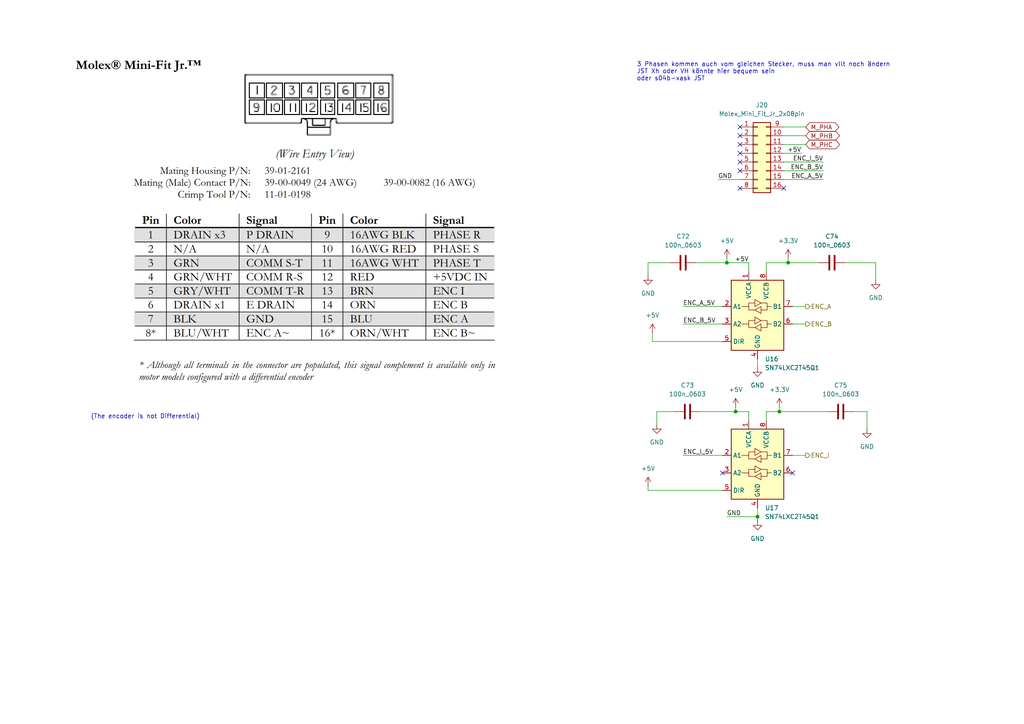
<source format=kicad_sch>
(kicad_sch (version 20250114) (generator "eeschema") (generator_version "9.0")
  (paper "A4")
  (lib_symbols
    (symbol "MYLIB_Misc:SN74LXC2T45Q1"
      (property "Reference" "U" (at -6.35 12.7 0))
      (property "Value" "SN74LXC2T45Q1" (at 11.684 11.684 0))
      (symbol "SN74LXC2T45Q1_0_1"
        (rectangle (start -7.62 10.16) (end 7.62 -10.16) (stroke (width 0.254)) (fill (type background)))
        (polyline (pts (xy -2.54 2.54) (xy -2.54 3.556) (xy -0.762 3.556)))
        (polyline (pts (xy -0.762 2.54) (xy -0.762 4.572) (xy 1.016 3.556) (xy -0.762 2.54)))
        (polyline (pts (xy -0.762 1.524) (xy -2.54 1.524) (xy -2.54 2.54) (xy -4.572 2.54)))
        (polyline (pts (xy 1.016 3.556) (xy 2.794 3.556) (xy 2.794 2.54) (xy 4.064 2.54)))
        (polyline (pts (xy 1.016 2.54) (xy 1.016 0.762) (xy 1.016 0.508) (xy -0.762 1.524) (xy 1.016 2.54)))
        (polyline (pts (xy 2.794 2.54) (xy 2.794 1.524) (xy 1.016 1.524)))
      )
      (symbol "SN74LXC2T45Q1_1_1"
        (polyline (pts (xy -2.54 -2.54) (xy -2.54 -1.524) (xy -0.762 -1.524)))
        (polyline (pts (xy -0.762 -2.54) (xy -0.762 -0.508) (xy 1.016 -1.524) (xy -0.762 -2.54)))
        (polyline (pts (xy -0.762 -3.556) (xy -2.54 -3.556) (xy -2.54 -2.54) (xy -4.572 -2.54)))
        (polyline (pts (xy 1.016 -1.524) (xy 2.794 -1.524) (xy 2.794 -2.54) (xy 4.064 -2.54)))
        (polyline (pts (xy 1.016 -2.54) (xy 1.016 -4.318) (xy 1.016 -4.572) (xy -0.762 -3.556) (xy 1.016 -2.54)))
        (polyline (pts (xy 2.794 -2.54) (xy 2.794 -3.556) (xy 1.016 -3.556)))
        (pin bidirectional line (at -10.16 2.54 0) (length 2.54) (name "A1") (number "2"))
        (pin bidirectional line (at -10.16 -2.54 0) (length 2.54) (name "A2") (number "3"))
        (pin input line (at -10.16 -7.62 0) (length 2.54) (name "DIR") (number "5"))
        (pin power_in line (at -2.54 12.7 270) (length 2.54) (name "VCCA") (number "1"))
        (pin power_in line (at 0 -12.7 90) (length 2.54) (name "GND") (number "4"))
        (pin power_in line (at 2.54 12.7 270) (length 2.54) (name "VCCB") (number "8"))
        (pin bidirectional line (at 10.16 2.54 180) (length 2.54) (name "B1") (number "7"))
        (pin bidirectional line (at 10.16 -2.54 180) (length 2.54) (name "B2") (number "6"))
      )
    )
    (symbol "Molex_Mini_Fit_Jr_2x08_1" (pin_names (hide yes))
      (property "Reference" "J" (at 0 16.256 0))
      (property "Value" "Molex_Mini_Fit_Jr_2x08pin" (at -0.254 13.716 0))
      (symbol "Molex_Mini_Fit_Jr_2x08_1_1_1"
        (rectangle (start -2.54 10.16) (end 2.54 -10.16) (stroke (width 0.254)) (fill (type background)))
        (rectangle (start -2.54 9.017) (end -1.27 8.763) (stroke (width 0.1524)))
        (rectangle (start -2.54 6.477) (end -1.27 6.223) (stroke (width 0.1524)))
        (rectangle (start -2.54 3.937) (end -1.27 3.683) (stroke (width 0.1524)))
        (rectangle (start -2.54 1.397) (end -1.27 1.143) (stroke (width 0.1524)))
        (rectangle (start -2.54 -1.143) (end -1.27 -1.397) (stroke (width 0.1524)))
        (rectangle (start -2.54 -3.683) (end -1.27 -3.937) (stroke (width 0.1524)))
        (rectangle (start -2.54 -6.223) (end -1.27 -6.477) (stroke (width 0.1524)))
        (rectangle (start -2.54 -8.763) (end -1.27 -9.017) (stroke (width 0.1524)))
        (rectangle (start 2.54 9.017) (end 1.27 8.763) (stroke (width 0.1524)))
        (rectangle (start 2.54 6.477) (end 1.27 6.223) (stroke (width 0.1524)))
        (rectangle (start 2.54 3.937) (end 1.27 3.683) (stroke (width 0.1524)))
        (rectangle (start 2.54 1.397) (end 1.27 1.143) (stroke (width 0.1524)))
        (rectangle (start 2.54 -1.143) (end 1.27 -1.397) (stroke (width 0.1524)))
        (rectangle (start 2.54 -3.683) (end 1.27 -3.937) (stroke (width 0.1524)))
        (rectangle (start 2.54 -6.223) (end 1.27 -6.477) (stroke (width 0.1524)))
        (rectangle (start 2.54 -8.763) (end 1.27 -9.017) (stroke (width 0.1524)))
        (pin passive line (at -6.35 8.89 0) (length 3.81) (name "Pin_1") (number "1"))
        (pin passive line (at -6.35 6.35 0) (length 3.81) (name "Pin_2") (number "2"))
        (pin passive line (at -6.35 3.81 0) (length 3.81) (name "Pin_3") (number "3"))
        (pin passive line (at -6.35 1.27 0) (length 3.81) (name "Pin_4") (number "4"))
        (pin passive line (at -6.35 -1.27 0) (length 3.81) (name "Pin_5") (number "5"))
        (pin passive line (at -6.35 -3.81 0) (length 3.81) (name "Pin_6") (number "6"))
        (pin passive line (at -6.35 -6.35 0) (length 3.81) (name "Pin_7") (number "7"))
        (pin passive line (at -6.35 -8.89 0) (length 3.81) (name "Pin_8") (number "8"))
        (pin passive line (at 6.35 8.89 180) (length 3.81) (name "Pin_9") (number "9"))
        (pin passive line (at 6.35 6.35 180) (length 3.81) (name "Pin_10") (number "10"))
        (pin passive line (at 6.35 3.81 180) (length 3.81) (name "Pin_11") (number "11"))
        (pin passive line (at 6.35 1.27 180) (length 3.81) (name "Pin_12") (number "12"))
        (pin passive line (at 6.35 -1.27 180) (length 3.81) (name "Pin_13") (number "13"))
        (pin passive line (at 6.35 -3.81 180) (length 3.81) (name "Pin_14") (number "14"))
        (pin passive line (at 6.35 -6.35 180) (length 3.81) (name "Pin_15") (number "15"))
        (pin passive line (at 6.35 -8.89 180) (length 3.81) (name "Pin_16") (number "16"))
      )
    )
    (symbol "WLIB_C:100n_0603" (pin_numbers (hide yes)) (pin_names (offset 0.254))
      (property "Reference" "C" (at 0.635 2.54 0))
      (property "Value" "100n_0603" (at 0.635 -2.54 0))
      (symbol "100n_0603_0_1"
        (polyline (pts (xy -2.032 0.762) (xy 2.032 0.762)) (stroke (width 0.508)))
        (polyline (pts (xy -2.032 -0.762) (xy 2.032 -0.762)) (stroke (width 0.508)))
      )
      (symbol "100n_0603_1_1"
        (pin passive line (at 0 3.81 270) (length 2.794) (name "~") (number "1"))
        (pin passive line (at 0 -3.81 90) (length 2.794) (name "~") (number "2"))
      )
    )
    (symbol "power:+3.3V" (power) (pin_numbers (hide yes)) (pin_names (offset 0) (hide yes))
      (property "Value" "+3.3V" (at 0 3.556 0))
      (symbol "+3.3V_0_1"
        (polyline (pts (xy -0.762 1.27) (xy 0 2.54)))
        (polyline (pts (xy 0 2.54) (xy 0.762 1.27)))
        (polyline (pts (xy 0 0) (xy 0 2.54)))
      )
      (symbol "+3.3V_1_1"
        (pin power_in line (at 0 0 90) (length 0) (name "~") (number "1"))
      )
    )
    (symbol "power:+5V" (power) (pin_numbers (hide yes)) (pin_names (offset 0) (hide yes))
      (property "Value" "+5V" (at 0 3.556 0))
      (symbol "+5V_0_1"
        (polyline (pts (xy -0.762 1.27) (xy 0 2.54)))
        (polyline (pts (xy 0 2.54) (xy 0.762 1.27)))
        (polyline (pts (xy 0 0) (xy 0 2.54)))
      )
      (symbol "+5V_1_1"
        (pin power_in line (at 0 0 90) (length 0) (name "~") (number "1"))
      )
    )
    (symbol "power:GND" (power) (pin_numbers (hide yes)) (pin_names (offset 0) (hide yes))
      (property "Value" "GND" (at 0 -3.81 0))
      (symbol "GND_0_1"
        (polyline (pts (xy 0 0) (xy 0 -1.27) (xy 1.27 -1.27) (xy 0 -2.54) (xy -1.27 -1.27) (xy 0 -1.27)))
      )
      (symbol "GND_1_1"
        (pin power_in line (at 0 0 270) (length 0) (name "~") (number "1"))
      )
    )
  )
  (text "3 Phasen kommen auch vom gleichen Stecker, muss man vllt noch ändern\nJST Xh oder VH könnte hier bequem sein\noder s04b-xask JST" (at 184.658 20.828 0) (effects (font (size 1.27 1.27)) (justify left)))
  (text "(The encoder is not Differential)" (at 42.164 120.904 0) (effects (font (size 1.27 1.27))))
  (junction (at 219.71 149.86))
  (junction (at 213.36 119.38))
  (junction (at 226.06 119.38))
  (junction (at 228.6 76.2))
  (junction (at 210.82 76.2))
  (no_connect (at 214.63 39.37))
  (no_connect (at 214.63 46.99))
  (no_connect (at 214.63 41.91))
  (no_connect (at 214.63 54.61))
  (no_connect (at 214.63 49.53))
  (no_connect (at 227.33 54.61))
  (no_connect (at 229.87 137.16))
  (no_connect (at 214.63 44.45))
  (no_connect (at 209.55 137.16))
  (no_connect (at 214.63 36.83))
  (wire (pts (xy 227.33 44.45) (xy 232.41 44.45)))
  (wire (pts (xy 238.76 49.53) (xy 227.33 49.53)))
  (wire (pts (xy 227.33 41.91) (xy 233.68 41.91)))
  (wire (pts (xy 209.55 142.24) (xy 187.96 142.24)))
  (wire (pts (xy 228.6 76.2) (xy 222.25 76.2)))
  (wire (pts (xy 213.36 118.11) (xy 213.36 119.38)))
  (wire (pts (xy 198.12 93.98) (xy 209.55 93.98)))
  (wire (pts (xy 222.25 119.38) (xy 222.25 121.92)))
  (wire (pts (xy 254 76.2) (xy 254 81.28)))
  (wire (pts (xy 229.87 88.9) (xy 233.68 88.9)))
  (wire (pts (xy 190.5 119.38) (xy 190.5 123.19)))
  (wire (pts (xy 201.93 76.2) (xy 210.82 76.2)))
  (wire (pts (xy 229.87 93.98) (xy 233.68 93.98)))
  (wire (pts (xy 198.12 88.9) (xy 209.55 88.9)))
  (wire (pts (xy 208.28 52.07) (xy 214.63 52.07)))
  (wire (pts (xy 195.58 119.38) (xy 190.5 119.38)))
  (wire (pts (xy 227.33 46.99) (xy 238.76 46.99)))
  (wire (pts (xy 219.71 151.13) (xy 219.71 149.86)))
  (wire (pts (xy 229.87 132.08) (xy 233.68 132.08)))
  (wire (pts (xy 187.96 76.2) (xy 187.96 80.01)))
  (wire (pts (xy 217.17 76.2) (xy 217.17 78.74)))
  (wire (pts (xy 187.96 142.24) (xy 187.96 140.97)))
  (wire (pts (xy 198.12 132.08) (xy 209.55 132.08)))
  (wire (pts (xy 245.11 76.2) (xy 254 76.2)))
  (wire (pts (xy 194.31 76.2) (xy 187.96 76.2)))
  (wire (pts (xy 222.25 76.2) (xy 222.25 78.74)))
  (wire (pts (xy 228.6 74.93) (xy 228.6 76.2)))
  (wire (pts (xy 226.06 119.38) (xy 240.03 119.38)))
  (wire (pts (xy 210.82 149.86) (xy 219.71 149.86)))
  (wire (pts (xy 219.71 104.14) (xy 219.71 106.68)))
  (wire (pts (xy 203.2 119.38) (xy 213.36 119.38)))
  (wire (pts (xy 189.23 99.06) (xy 209.55 99.06)))
  (wire (pts (xy 213.36 119.38) (xy 217.17 119.38)))
  (wire (pts (xy 228.6 76.2) (xy 237.49 76.2)))
  (wire (pts (xy 227.33 36.83) (xy 233.68 36.83)))
  (wire (pts (xy 217.17 119.38) (xy 217.17 121.92)))
  (wire (pts (xy 251.46 124.46) (xy 251.46 119.38)))
  (wire (pts (xy 226.06 118.11) (xy 226.06 119.38)))
  (wire (pts (xy 210.82 76.2) (xy 217.17 76.2)))
  (wire (pts (xy 210.82 74.93) (xy 210.82 76.2)))
  (wire (pts (xy 227.33 39.37) (xy 233.68 39.37)))
  (wire (pts (xy 238.76 52.07) (xy 227.33 52.07)))
  (wire (pts (xy 189.23 96.52) (xy 189.23 99.06)))
  (wire (pts (xy 226.06 119.38) (xy 222.25 119.38)))
  (wire (pts (xy 219.71 147.32) (xy 219.71 149.86)))
  (wire (pts (xy 251.46 119.38) (xy 247.65 119.38)))
  (image (at 91.44 64.3793) (scale 0.84731))
  (label "ENC_I_5V" (at 238.76 46.99 180))
  (label "GND" (at 210.82 149.86 0))
  (label "+5V" (at 232.41 44.45 180))
  (label "+5V" (at 217.17 76.2 180))
  (label "GND" (at 208.28 52.07 0))
  (label "ENC_I_5V" (at 198.12 132.08 0))
  (label "ENC_B_5V" (at 238.76 49.53 180))
  (label "ENC_B_5V" (at 198.12 93.98 0))
  (label "ENC_A_5V" (at 198.12 88.9 0))
  (label "ENC_A_5V" (at 238.76 52.07 180))
  (global_label "M_PHC" (shape bidirectional) (at 233.68 41.91 0) (property "Intersheetrefs" "${INTERSHEET_REFS}" (effects (hide yes))))
  (global_label "M_PHB" (shape bidirectional) (at 233.68 39.37 0) (property "Intersheetrefs" "${INTERSHEET_REFS}" (effects (hide yes))))
  (global_label "M_PHA" (shape bidirectional) (at 233.68 36.83 0) (property "Intersheetrefs" "${INTERSHEET_REFS}" (effects (hide yes))))
  (hierarchical_label "ENC_A" (shape output) (at 233.68 88.9 0))
  (hierarchical_label "ENC_B" (shape output) (at 233.68 93.98 0))
  (hierarchical_label "ENC_I" (shape output) (at 233.68 132.08 0))
  (symbol (lib_id "power:GND") (at 251.46 124.46 0) (unit 1)
    (property "Reference" "#PWR099" (effects (hide yes)))
    (property "Value" "GND" (at 251.46 129.54 0))
    (property "Description" "Power symbol creates a global label with name \"GND\" , ground" (effects (hide yes)))
  )
  (symbol (lib_id "power:GND") (at 254 81.28 0) (unit 1)
    (property "Reference" "#PWR0100" (effects (hide yes)))
    (property "Value" "GND" (at 254 86.36 0))
    (property "Description" "Power symbol creates a global label with name \"GND\" , ground" (effects (hide yes)))
  )
  (symbol (lib_id "power:+5V") (at 187.96 140.97 0) (unit 1)
    (property "Reference" "#PWR090" (effects (hide yes)))
    (property "Value" "+5V" (at 187.96 135.89 0))
    (property "Description" "Power symbol creates a global label with name \"+5V\"" (effects (hide yes)))
  )
  (symbol (lib_id "MYLIB_Misc:SN74LXC2T45Q1") (at 219.71 91.44 0) (unit 1)
    (property "Reference" "U16" (at 221.8533 104.14 0) (effects (justify left)))
    (property "Value" "SN74LXC2T45Q1" (at 221.8533 106.68 0) (effects (justify left)))
    (property "Footprint" "MYLIB_Misc:SN74LXC2T45QDCURQ1" (effects (hide yes)))
    (property "Datasheet" "https://www.ti.com/lit/ds/symlink/sn74lxc2t45-q1.pdf?ts=1763370162012&ref_url=https%253A%252F%252Fwww.ti.com%252Fproduct%252FSN74LXC2T45-Q1%252Fpart-details%252FSN74LXC2T45QDCURQ1%253Futm_source%253Dgoogle%2526utm_medium%253Dcpc%2526utm_campaign%253Dasc-null-null-asc_opn_en-cpc-storeic-google-eu_en_pur%2526utm_content%253DDevice%2526ds_k%253DSN74LXC2T45QDCURQ1%2526DCM%253Dyes%2526gclsrc%253Daw.ds%2526gad_source%253D1%2526gad_campaignid%253D11662144970%2526gbraid%253D0AAAAAC068F39eJFhDO7IAjRN0B7HR1F_u%2526gclid%253DEAIaIQobChMI07vhqun4kAMVZZiDBx1M-Tl6EAAYASAAEgKyXPD_BwE" (effects (hide yes)))
    (property "Description" "dual-bit, dual-supply noninverting bidirectional level shifter. If dir = high, A -> B" (effects (hide yes)))
    (property "Mouser nr" "595-74LXC2T45QDCURQ1" (effects (hide yes)))
  )
  (symbol (lib_id "power:GND") (at 219.71 106.68 0) (unit 1)
    (property "Reference" "#PWR095" (effects (hide yes)))
    (property "Value" "GND" (at 219.71 111.76 0))
    (property "Description" "Power symbol creates a global label with name \"GND\" , ground" (effects (hide yes)))
  )
  (symbol (lib_id "WLIB_C:100n_0603") (at 243.84 119.38 90) (unit 1)
    (property "Reference" "C75" (at 243.84 111.76 90))
    (property "Value" "100n_0603" (at 243.84 114.3 90))
    (property "Footprint" "WLIB_Capacitor:C_0603" (effects (hide yes)))
    (property "Datasheet" "https://www.farnell.com/datasheets/2860632.pdf" (effects (hide yes)))
    (property "Description" "Unpolarized capacitor SMD MLCC" (effects (hide yes)))
    (property "FARNELL" "1759037" (effects (hide yes)))
    (property "VDC" "25V" (effects (hide yes)))
    (property "JLCPCB" "C2762593" (effects (hide yes)))
  )
  (symbol (lib_id "power:GND") (at 187.96 80.01 0) (unit 1)
    (property "Reference" "#PWR089" (effects (hide yes)))
    (property "Value" "GND" (at 187.96 85.09 0))
    (property "Description" "Power symbol creates a global label with name \"GND\" , ground" (effects (hide yes)))
  )
  (symbol (lib_id "MYLIB_Misc:SN74LXC2T45Q1") (at 219.71 134.62 0) (unit 1)
    (property "Reference" "U17" (at 221.8533 147.32 0) (effects (justify left)))
    (property "Value" "SN74LXC2T45Q1" (at 221.8533 149.86 0) (effects (justify left)))
    (property "Footprint" "MYLIB_Misc:SN74LXC2T45QDCURQ1" (effects (hide yes)))
    (property "Datasheet" "https://www.ti.com/lit/ds/symlink/sn74lxc2t45-q1.pdf?ts=1763370162012&ref_url=https%253A%252F%252Fwww.ti.com%252Fproduct%252FSN74LXC2T45-Q1%252Fpart-details%252FSN74LXC2T45QDCURQ1%253Futm_source%253Dgoogle%2526utm_medium%253Dcpc%2526utm_campaign%253Dasc-null-null-asc_opn_en-cpc-storeic-google-eu_en_pur%2526utm_content%253DDevice%2526ds_k%253DSN74LXC2T45QDCURQ1%2526DCM%253Dyes%2526gclsrc%253Daw.ds%2526gad_source%253D1%2526gad_campaignid%253D11662144970%2526gbraid%253D0AAAAAC068F39eJFhDO7IAjRN0B7HR1F_u%2526gclid%253DEAIaIQobChMI07vhqun4kAMVZZiDBx1M-Tl6EAAYASAAEgKyXPD_BwE" (effects (hide yes)))
    (property "Description" "dual-bit, dual-supply noninverting bidirectional level shifter. If dir = high, A -> B" (effects (hide yes)))
    (property "Mouser nr" "595-74LXC2T45QDCURQ1" (effects (hide yes)))
  )
  (symbol (lib_id "power:+5V") (at 189.23 96.52 0) (unit 1)
    (property "Reference" "#PWR091" (effects (hide yes)))
    (property "Value" "+5V" (at 189.23 91.44 0))
    (property "Description" "Power symbol creates a global label with name \"+5V\"" (effects (hide yes)))
  )
  (symbol (lib_id "power:GND") (at 190.5 123.19 0) (unit 1)
    (property "Reference" "#PWR092" (effects (hide yes)))
    (property "Value" "GND" (at 190.5 128.27 0))
    (property "Description" "Power symbol creates a global label with name \"GND\" , ground" (effects (hide yes)))
  )
  (symbol (lib_name "Molex_Mini_Fit_Jr_2x08_1") (lib_id "MYLIB_Misc:Molex_Mini_Fit_Jr_2x08") (at 220.98 45.72 0) (unit 1)
    (property "Reference" "J20" (at 220.98 30.48 0))
    (property "Value" "Molex_Mini_Fit_Jr_2x08pin" (at 220.98 33.02 0))
    (property "Footprint" "MYLIB_Misc:Molex_2x8pin_vertical_tht" (effects (hide yes)))
    (property "Datasheet" "https://www.molex.com/en-us/products/part-detail/39293166?display=pdf" (effects (hide yes)))
    (property "Description" "Mini-Fit Jr. Vertical Header, 4.20mm Pitch, Dual Row, 16 Circuits, without Snap-in Plastic Peg PCB Lock, Tin, Natural" (effects (hide yes)))
    (property "Part nr" "39-29-3166" (effects (hide yes)))
    (property "Mouser" " 538-39-29-3166" (effects (hide yes)))
  )
  (symbol (lib_id "power:GND") (at 219.71 151.13 0) (unit 1)
    (property "Reference" "#PWR096" (effects (hide yes)))
    (property "Value" "GND" (at 219.71 156.21 0))
    (property "Description" "Power symbol creates a global label with name \"GND\" , ground" (effects (hide yes)))
  )
  (symbol (lib_id "power:+3.3V") (at 226.06 118.11 0) (unit 1)
    (property "Reference" "#PWR097" (effects (hide yes)))
    (property "Value" "+3.3V" (at 226.06 113.03 0))
    (property "Description" "Power symbol creates a global label with name \"+3.3V\"" (effects (hide yes)))
  )
  (symbol (lib_id "WLIB_C:100n_0603") (at 199.39 119.38 90) (unit 1)
    (property "Reference" "C73" (at 199.39 111.76 90))
    (property "Value" "100n_0603" (at 199.39 114.3 90))
    (property "Footprint" "WLIB_Capacitor:C_0603" (effects (hide yes)))
    (property "Datasheet" "https://www.farnell.com/datasheets/2860632.pdf" (effects (hide yes)))
    (property "Description" "Unpolarized capacitor SMD MLCC" (effects (hide yes)))
    (property "FARNELL" "1759037" (effects (hide yes)))
    (property "VDC" "25V" (effects (hide yes)))
    (property "JLCPCB" "C2762593" (effects (hide yes)))
  )
  (symbol (lib_id "power:+5V") (at 210.82 74.93 0) (unit 1)
    (property "Reference" "#PWR093" (effects (hide yes)))
    (property "Value" "+5V" (at 210.82 69.85 0))
    (property "Description" "Power symbol creates a global label with name \"+5V\"" (effects (hide yes)))
  )
  (symbol (lib_id "WLIB_C:100n_0603") (at 198.12 76.2 90) (unit 1)
    (property "Reference" "C72" (at 198.12 68.58 90))
    (property "Value" "100n_0603" (at 198.12 71.12 90))
    (property "Footprint" "WLIB_Capacitor:C_0603" (effects (hide yes)))
    (property "Datasheet" "https://www.farnell.com/datasheets/2860632.pdf" (effects (hide yes)))
    (property "Description" "Unpolarized capacitor SMD MLCC" (effects (hide yes)))
    (property "FARNELL" "1759037" (effects (hide yes)))
    (property "VDC" "25V" (effects (hide yes)))
    (property "JLCPCB" "C2762593" (effects (hide yes)))
  )
  (symbol (lib_id "power:+3.3V") (at 228.6 74.93 0) (unit 1)
    (property "Reference" "#PWR098" (effects (hide yes)))
    (property "Value" "+3.3V" (at 228.6 69.85 0))
    (property "Description" "Power symbol creates a global label with name \"+3.3V\"" (effects (hide yes)))
  )
  (symbol (lib_id "power:+5V") (at 213.36 118.11 0) (unit 1)
    (property "Reference" "#PWR094" (effects (hide yes)))
    (property "Value" "+5V" (at 213.36 113.03 0))
    (property "Description" "Power symbol creates a global label with name \"+5V\"" (effects (hide yes)))
  )
  (symbol (lib_id "WLIB_C:100n_0603") (at 241.3 76.2 90) (unit 1)
    (property "Reference" "C74" (at 241.3 68.58 90))
    (property "Value" "100n_0603" (at 241.3 71.12 90))
    (property "Footprint" "WLIB_Capacitor:C_0603" (effects (hide yes)))
    (property "Datasheet" "https://www.farnell.com/datasheets/2860632.pdf" (effects (hide yes)))
    (property "Description" "Unpolarized capacitor SMD MLCC" (effects (hide yes)))
    (property "FARNELL" "1759037" (effects (hide yes)))
    (property "VDC" "25V" (effects (hide yes)))
    (property "JLCPCB" "C2762593" (effects (hide yes)))
  )
)
</source>
